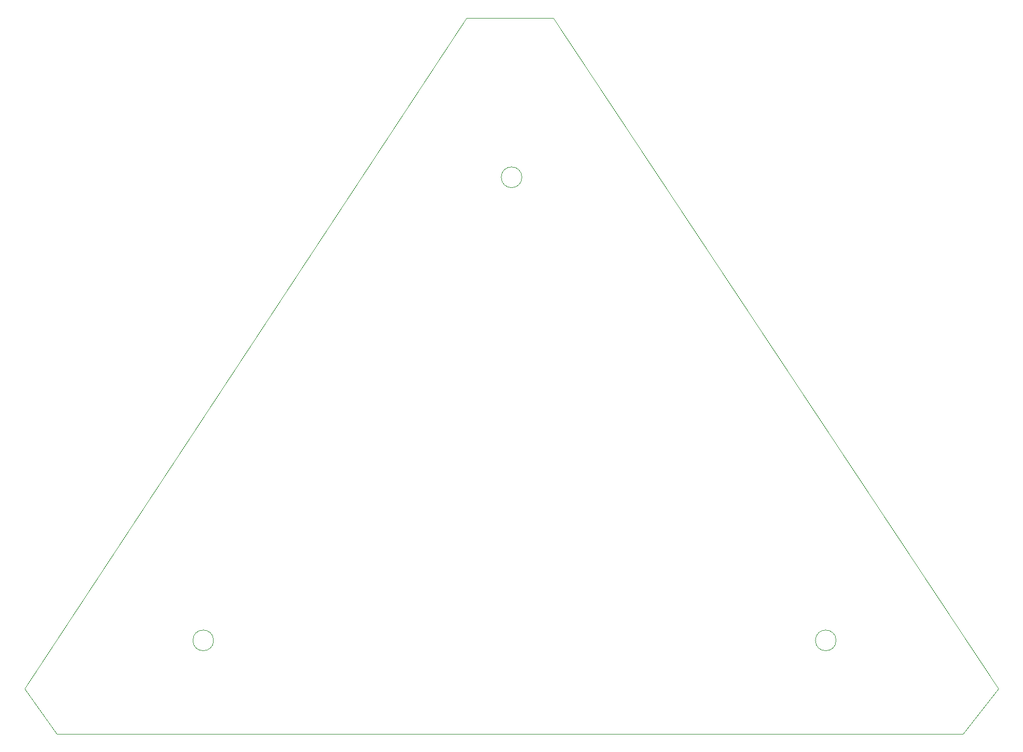
<source format=gbr>
%TF.GenerationSoftware,KiCad,Pcbnew,9.0.6*%
%TF.CreationDate,2025-11-19T18:33:24-08:00*%
%TF.ProjectId,pyramid_clock,70797261-6d69-4645-9f63-6c6f636b2e6b,rev?*%
%TF.SameCoordinates,Original*%
%TF.FileFunction,Profile,NP*%
%FSLAX46Y46*%
G04 Gerber Fmt 4.6, Leading zero omitted, Abs format (unit mm)*
G04 Created by KiCad (PCBNEW 9.0.6) date 2025-11-19 18:33:24*
%MOMM*%
%LPD*%
G01*
G04 APERTURE LIST*
%TA.AperFunction,Profile*%
%ADD10C,0.050000*%
%TD*%
G04 APERTURE END LIST*
D10*
X75500000Y-130500000D02*
X80500000Y-137500000D01*
X157500000Y-26500000D02*
X144000000Y-26500000D01*
X221000000Y-137500000D02*
X80500000Y-137500000D01*
X226500000Y-130500000D02*
X221000000Y-137500000D01*
X157500000Y-26500000D02*
X226500000Y-130500000D01*
X75500000Y-130500000D02*
X144000000Y-26500000D01*
X104801562Y-123000000D02*
G75*
G02*
X101601562Y-123000000I-1600000J0D01*
G01*
X101601562Y-123000000D02*
G75*
G02*
X104801562Y-123000000I1600000J0D01*
G01*
X201301562Y-123000000D02*
G75*
G02*
X198101562Y-123000000I-1600000J0D01*
G01*
X198101562Y-123000000D02*
G75*
G02*
X201301562Y-123000000I1600000J0D01*
G01*
X152600000Y-51201562D02*
G75*
G02*
X149400000Y-51201562I-1600000J0D01*
G01*
X149400000Y-51201562D02*
G75*
G02*
X152600000Y-51201562I1600000J0D01*
G01*
M02*

</source>
